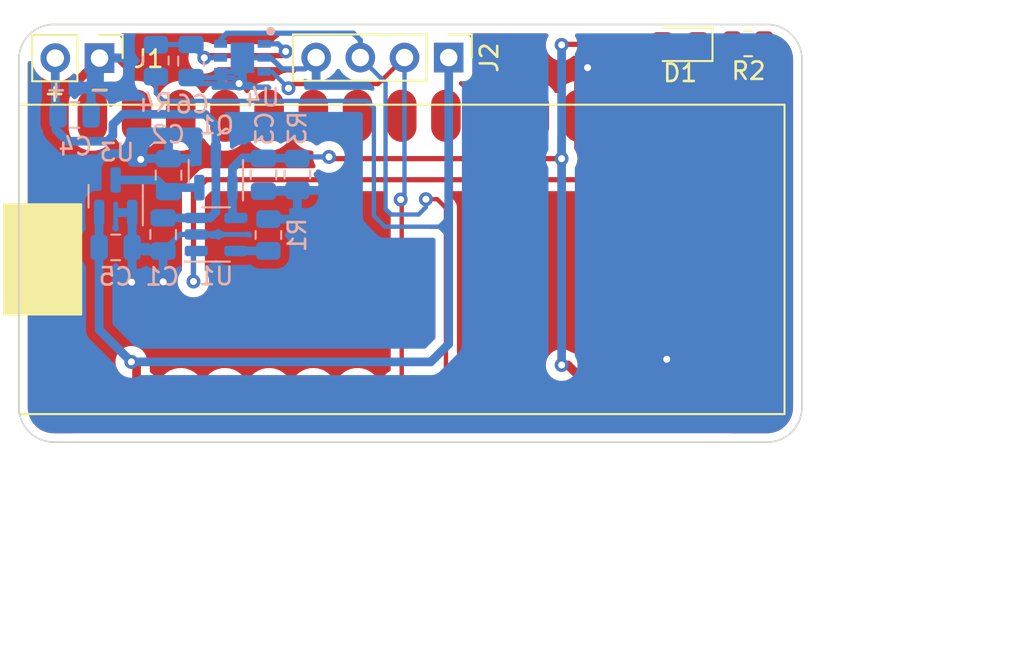
<source format=kicad_pcb>
(kicad_pcb (version 20211014) (generator pcbnew)
  (layers (0 "F.Cu" signal) (31 "B.Cu" signal) (34 "B.Paste" user) (35 "F.Paste" user) (36 "B.SilkS" user "B.Silkscreen") (37 "F.SilkS" user "F.Silkscreen") (38 "B.Mask" user) (39 "F.Mask" user) (44 "Edge.Cuts" user))
  (net 0 "")
  (net 1 "Net-(D1-Pad1)")
  (net 2 "VBUS")
  (net 3 "VDD")
  (net 4 "+BATT")
  (net 5 "Net-(R2-Pad1)")
  (net 6 "GND")
  (net 7 "Net-(R1-Pad1)")
  (net 14 "Net-(C6-Pad1)")
  (net 32 "+3V3")
  (net 33 "/SDA")
  (net 34 "/SCL")
  (footprint "Resistor_SMD:R_0805_2012Metric" (layer "F.Cu") (at 161.9125 57.09 180)
    (fp_text reference "R2" (at -0.02 -1.58) (layer "F.SilkS"))
    (fp_text value "330")
    (fp_line (start -0.227064 0.735) (end 0.227064 0.735) (layer "F.SilkS") (width 0.12))
    (fp_line (start -0.227064 -0.735) (end 0.227064 -0.735) (layer "F.SilkS") (width 0.12))
    (pad "1" smd roundrect locked (at -0.9125 0 180) (size 1.025 1.4) (layers "F.Cu" "F.Paste" "F.Mask") (roundrect_rratio 0.243902) (net 5 "Net-(R2-Pad1)"))
    (pad "2" smd roundrect locked (at 0.9125 0 180) (size 1.025 1.4) (layers "F.Cu" "F.Paste" "F.Mask") (roundrect_rratio 0.243902) (net 1 "Net-(D1-Pad1)"))
  )
  (footprint "hack-it-back:NANO_33_Footprint_SMD_Castell" (layer "F.Cu") (at 142 69.5)
    (fp_text reference "U2")
    (fp_text value "Arduino-nano-BLE-33")
    (fp_line (start -22 8.89) (end -22 -8.89) (layer "F.SilkS") (width 0.12))
    (fp_line (start -22 -8.89) (end 22 -8.89) (layer "F.SilkS") (width 0.12))
    (fp_line (start -22 8.89) (end 22 8.89) (layer "F.SilkS") (width 0.12))
    (fp_line (start 22 8.89) (end 22 -8.89) (layer "F.SilkS") (width 0.12))
    (fp_poly (pts (xy -22.86 3.175) (xy -18.415 3.175) (xy -18.415 -3.175) (xy -22.86 -3.175)) (layer "F.SilkS") (width 0.1) (fill solid))
    (pad "1" smd oval (at -17.78 8.255 90) (size 3 1.7) (layers "F.Cu" "F.Mask"))
    (pad "2" smd oval (at -15.24 8.255 90) (size 3 1.7) (layers "F.Cu" "F.Mask") (net 32 "+3V3"))
    (pad "3" smd oval (at -12.7 8.255 90) (size 3 1.7) (layers "F.Cu" "F.Mask"))
    (pad "4" smd oval (at -10.16 8.255 90) (size 3 1.7) (layers "F.Cu" "F.Mask"))
    (pad "5" smd oval (at -7.62 8.255 90) (size 3 1.7) (layers "F.Cu" "F.Mask"))
    (pad "6" smd oval (at -5.08 8.255 90) (size 3 1.7) (layers "F.Cu" "F.Mask"))
    (pad "7" smd oval (at -2.54 8.255 90) (size 3 1.7) (layers "F.Cu" "F.Mask"))
    (pad "8" smd oval (at 0 8.255 90) (size 3 1.7) (layers "F.Cu" "F.Mask") (net 33 "/SDA"))
    (pad "9" smd oval (at 2.54 8.255 90) (size 3 1.7) (layers "F.Cu" "F.Mask") (net 34 "/SCL"))
    (pad "10" smd oval (at 5.08 8.255 90) (size 3 1.7) (layers "F.Cu" "F.Mask"))
    (pad "11" smd oval (at 7.62 8.255 90) (size 3 1.7) (layers "F.Cu" "F.Mask"))
    (pad "12" smd oval (at 10.16 8.255 90) (size 3 1.7) (layers "F.Cu" "F.Mask") (net 2 "VBUS"))
    (pad "13" smd oval (at 12.7 8.255 90) (size 3 1.7) (layers "F.Cu" "F.Mask"))
    (pad "14" smd oval (at 15.24 8.255 90) (size 3 1.7) (layers "F.Cu" "F.Mask") (net 6 "GND"))
    (pad "15" smd oval (at 17.78 8.255 90) (size 3 1.7) (layers "F.Cu" "F.Mask"))
    (pad "16" smd oval (at 17.78 -8.255 270) (size 3 1.7) (layers "F.Cu" "F.Mask"))
    (pad "17" smd oval (at 15.24 -8.255 270) (size 3 1.7) (layers "F.Cu" "F.Mask"))
    (pad "18" smd oval (at 12.7 -8.255 270) (size 3 1.7) (layers "F.Cu" "F.Mask"))
    (pad "19" smd oval (at 10.16 -8.255 270) (size 3 1.7) (layers "F.Cu" "F.Mask") (net 6 "GND"))
    (pad "20" smd oval (at 7.62 -8.255 270) (size 3 1.7) (layers "F.Cu" "F.Mask"))
    (pad "21" smd oval (at 5.08 -8.255 270) (size 3 1.7) (layers "F.Cu" "F.Mask"))
    (pad "22" smd oval (at 2.54 -8.255 270) (size 3 1.7) (layers "F.Cu" "F.Mask"))
    (pad "23" smd oval (at 0 -8.255 270) (size 3 1.7) (layers "F.Cu" "F.Mask"))
    (pad "24" smd oval (at -2.54 -8.255 270) (size 3 1.7) (layers "F.Cu" "F.Mask"))
    (pad "25" smd oval (at -5.08 -8.255 270) (size 3 1.7) (layers "F.Cu" "F.Mask"))
    (pad "26" smd oval (at -7.62 -8.255 270) (size 3 1.7) (layers "F.Cu" "F.Mask"))
    (pad "27" smd oval (at -10.16 -8.255 270) (size 3 1.7) (layers "F.Cu" "F.Mask"))
    (pad "28" smd oval (at -12.7 -8.255 270) (size 3 1.7) (layers "F.Cu" "F.Mask"))
    (pad "29" smd oval (at -15.24 -8.255 270) (size 3 1.7) (layers "F.Cu" "F.Mask"))
    (pad "30" smd oval (at -17.78 -8.255 270) (size 3 1.7) (layers "F.Cu" "F.Mask"))
  )
  (footprint "LED_SMD:LED_0805_2012Metric_Pad1.15x1.40mm_HandSolder" (layer "F.Cu") (at 158 57.14 180)
    (fp_text reference "D1" (at 0 -1.65) (layer "F.SilkS"))
    (fp_text value "CHR")
    (fp_line (start -1.86 0.96) (end 1 0.96) (layer "F.SilkS") (width 0.12))
    (fp_line (start -1.86 -0.96) (end -1.86 0.96) (layer "F.SilkS") (width 0.12))
    (fp_line (start 1 -0.96) (end -1.86 -0.96) (layer "F.SilkS") (width 0.12))
    (pad "1" smd roundrect locked (at -1.025 0 180) (size 1.15 1.4) (layers "F.Cu" "F.Paste" "F.Mask") (roundrect_rratio 0.217391) (net 1 "Net-(D1-Pad1)"))
    (pad "2" smd roundrect locked (at 1.025 0 180) (size 1.15 1.4) (layers "F.Cu" "F.Paste" "F.Mask") (roundrect_rratio 0.217391) (net 2 "VBUS"))
  )
  (footprint "Connector_PinHeader_2.54mm:PinHeader_1x04_P2.54mm_Vertical" (layer "F.Cu") (at 144.7 57.9 -90)
    (fp_text reference "J2" (at 0 -2.33 90) (layer "F.SilkS"))
    (fp_text value "I2C")
    (fp_line (start -1.33 0) (end -1.33 -1.33) (layer "F.SilkS") (width 0.12))
    (fp_line (start -1.33 1.27) (end 1.33 1.27) (layer "F.SilkS") (width 0.12))
    (fp_line (start -1.33 1.27) (end -1.33 8.95) (layer "F.SilkS") (width 0.12))
    (fp_line (start -1.33 8.95) (end 1.33 8.95) (layer "F.SilkS") (width 0.12))
    (fp_line (start -1.33 -1.33) (end 0 -1.33) (layer "F.SilkS") (width 0.12))
    (fp_line (start 1.33 1.27) (end 1.33 8.95) (layer "F.SilkS") (width 0.12))
    (pad "1" thru_hole rect locked (at 0 0 270) (size 1.7 1.7) (drill 1) (layers *.Cu *.Mask) (net 32 "+3V3"))
    (pad "2" thru_hole oval locked (at 0 2.54 270) (size 1.7 1.7) (drill 1) (layers *.Cu *.Mask) (net 33 "/SDA"))
    (pad "3" thru_hole oval locked (at 0 5.08 270) (size 1.7 1.7) (drill 1) (layers *.Cu *.Mask) (net 34 "/SCL"))
    (pad "4" thru_hole oval locked (at 0 7.62 270) (size 1.7 1.7) (drill 1) (layers *.Cu *.Mask) (net 6 "GND"))
  )
  (footprint "Connector_PinHeader_2.54mm:PinHeader_1x02_P2.54mm_Vertical" (layer "F.Cu") (at 124.63 57.93 -90)
    (fp_text reference "J1" (at 0.05 -2.83 180) (layer "F.SilkS"))
    (fp_text value "Batt")
    (fp_line (start 1.33 1.27) (end 1.33 3.87) (layer "F.SilkS") (width 0.12))
    (fp_line (start -1.33 0) (end -1.33 -1.33) (layer "F.SilkS") (width 0.12))
    (fp_line (start -1.33 1.27) (end 1.33 1.27) (layer "F.SilkS") (width 0.12))
    (fp_line (start -1.33 1.27) (end -1.33 3.87) (layer "F.SilkS") (width 0.12))
    (fp_line (start -1.33 -1.33) (end 0 -1.33) (layer "F.SilkS") (width 0.12))
    (fp_line (start -1.33 3.87) (end 1.33 3.87) (layer "F.SilkS") (width 0.12))
    (pad "1" thru_hole rect locked (at 0 0 270) (size 1.7 1.7) (drill 1) (layers *.Cu *.Mask) (net 6 "GND"))
    (pad "2" thru_hole oval locked (at 0 2.54 270) (size 1.7 1.7) (drill 1) (layers *.Cu *.Mask) (net 4 "+BATT"))
  )
  (footprint "Resistor_SMD:R_0805_2012Metric" (layer "B.Cu") (at 127.867 58.077 -90)
    (fp_text reference "R4" (at 2.423 0.017 180) (layer "B.SilkS") (effects (justify mirror)))
    (fp_text value "4.7R")
    (fp_line (start -0.227064 -0.735) (end 0.227064 -0.735) (layer "B.SilkS") (width 0.12))
    (fp_line (start -0.227064 0.735) (end 0.227064 0.735) (layer "B.SilkS") (width 0.12))
    (pad "1" smd roundrect locked (at -0.9125 0 270) (size 1.025 1.4) (layers "B.Cu" "B.Paste" "B.Mask") (roundrect_rratio 0.243902) (net 14 "Net-(C6-Pad1)"))
    (pad "2" smd roundrect locked (at 0.9125 0 270) (size 1.025 1.4) (layers "B.Cu" "B.Paste" "B.Mask") (roundrect_rratio 0.243902) (net 32 "+3V3"))
  )
  (footprint "Capacitor_SMD:C_0805_2012Metric" (layer "B.Cu") (at 125.56 68.81)
    (fp_text reference "C5" (at 0 1.68) (layer "B.SilkS") (effects (justify mirror)))
    (fp_text value "10uF")
    (fp_line (start -0.261252 0.735) (end 0.261252 0.735) (layer "B.SilkS") (width 0.12))
    (fp_line (start -0.261252 -0.735) (end 0.261252 -0.735) (layer "B.SilkS") (width 0.12))
    (pad "1" smd roundrect locked (at -0.95 0) (size 1 1.45) (layers "B.Cu" "B.Paste" "B.Mask") (net 32 "+3V3"))
    (pad "2" smd roundrect locked (at 0.95 0) (size 1 1.45) (layers "B.Cu" "B.Paste" "B.Mask") (net 6 "GND"))
  )
  (footprint "Package_TO_SOT_SMD:SOT-23" (layer "B.Cu") (at 125.56 65.87 90)
    (fp_text reference "U3" (at 2.52 0.08 180) (layer "B.SilkS") (effects (justify mirror)))
    (fp_text value "MCP1700T-3102")
    (fp_line (start 0 -1.56) (end 0.65 -1.56) (layer "B.SilkS") (width 0.12))
    (fp_line (start 0 1.56) (end -1.675 1.56) (layer "B.SilkS") (width 0.12))
    (fp_line (start 0 -1.56) (end -0.65 -1.56) (layer "B.SilkS") (width 0.12))
    (fp_line (start 0 1.56) (end 0.65 1.56) (layer "B.SilkS") (width 0.12))
    (pad "1" smd roundrect locked (at -0.9375 0.95 90) (size 1.475 0.6) (layers "B.Cu" "B.Paste" "B.Mask") (net 6 "GND"))
    (pad "2" smd roundrect locked (at -0.9375 -0.95 90) (size 1.475 0.6) (layers "B.Cu" "B.Paste" "B.Mask") (net 32 "+3V3"))
    (pad "3" smd roundrect locked (at 0.9375 0 90) (size 1.475 0.6) (layers "B.Cu" "B.Paste" "B.Mask") (net 3 "VDD"))
  )
  (footprint "Capacitor_SMD:C_0805_2012Metric" (layer "B.Cu") (at 128.598 64.6575 90)
    (fp_text reference "C2" (at 2.3275 -0.028 180) (layer "B.SilkS") (effects (justify mirror)))
    (fp_text value "10uF")
    (fp_line (start -0.261252 0.735) (end 0.261252 0.735) (layer "B.SilkS") (width 0.12))
    (fp_line (start -0.261252 -0.735) (end 0.261252 -0.735) (layer "B.SilkS") (width 0.12))
    (pad "1" smd roundrect locked (at -0.95 0 90) (size 1 1.45) (layers "B.Cu" "B.Paste" "B.Mask") (net 3 "VDD"))
    (pad "2" smd roundrect locked (at 0.95 0 90) (size 1 1.45) (layers "B.Cu" "B.Paste" "B.Mask") (net 6 "GND"))
  )
  (footprint "Capacitor_SMD:C_0805_2012Metric" (layer "B.Cu") (at 123.2 61.2)
    (fp_text reference "C4" (at 0.04 1.81) (layer "B.SilkS") (effects (justify mirror)))
    (fp_text value "10uF")
    (fp_line (start -0.261252 0.735) (end 0.261252 0.735) (layer "B.SilkS") (width 0.12))
    (fp_line (start -0.261252 -0.735) (end 0.261252 -0.735) (layer "B.SilkS") (width 0.12))
    (pad "1" smd roundrect locked (at -0.95 0) (size 1 1.45) (layers "B.Cu" "B.Paste" "B.Mask") (net 4 "+BATT"))
    (pad "2" smd roundrect locked (at 0.95 0) (size 1 1.45) (layers "B.Cu" "B.Paste" "B.Mask") (net 6 "GND"))
  )
  (footprint "Capacitor_SMD:C_0805_2012Metric" (layer "B.Cu") (at 129.892 58.102 -90)
    (fp_text reference "C6" (at 2.488 -0.078 180) (layer "B.SilkS") (effects (justify mirror)))
    (fp_text value "1uF")
    (fp_line (start -0.261252 -0.735) (end 0.261252 -0.735) (layer "B.SilkS") (width 0.12))
    (fp_line (start -0.261252 0.735) (end 0.261252 0.735) (layer "B.SilkS") (width 0.12))
    (pad "1" smd roundrect locked (at -0.95 0 270) (size 1 1.45) (layers "B.Cu" "B.Paste" "B.Mask") (net 14 "Net-(C6-Pad1)"))
    (pad "2" smd roundrect locked (at 0.95 0 270) (size 1 1.45) (layers "B.Cu" "B.Paste" "B.Mask") (net 6 "GND"))
  )
  (footprint "Package_TO_SOT_SMD:SOT-23" (layer "B.Cu") (at 131.318 64.4375 90)
    (fp_text reference "Q1" (at 2.6475 0.042 180) (layer "B.SilkS") (effects (justify mirror)))
    (fp_text value "DMG3415U-7")
    (fp_line (start 0 1.56) (end -1.675 1.56) (layer "B.SilkS") (width 0.12))
    (fp_line (start 0 1.56) (end 0.65 1.56) (layer "B.SilkS") (width 0.12))
    (fp_line (start 0 -1.56) (end -0.65 -1.56) (layer "B.SilkS") (width 0.12))
    (fp_line (start 0 -1.56) (end 0.65 -1.56) (layer "B.SilkS") (width 0.12))
    (pad "1" smd roundrect locked (at -0.9375 0.95 90) (size 1.475 0.6) (layers "B.Cu" "B.Paste" "B.Mask") (net 2 "VBUS"))
    (pad "2" smd roundrect locked (at -0.9375 -0.95 90) (size 1.475 0.6) (layers "B.Cu" "B.Paste" "B.Mask") (net 3 "VDD"))
    (pad "3" smd roundrect locked (at 0.9375 0 90) (size 1.475 0.6) (layers "B.Cu" "B.Paste" "B.Mask") (net 4 "+BATT"))
  )
  (footprint "Capacitor_SMD:C_0805_2012Metric" (layer "B.Cu") (at 128.288 68.0675 -90)
    (fp_text reference "C1" (at 2.4225 0.048 180) (layer "B.SilkS") (effects (justify mirror)))
    (fp_text value "10uF")
    (fp_line (start -0.261252 0.735) (end 0.261252 0.735) (layer "B.SilkS") (width 0.12))
    (fp_line (start -0.261252 -0.735) (end 0.261252 -0.735) (layer "B.SilkS") (width 0.12))
    (pad "1" smd roundrect locked (at -0.95 0 270) (size 1 1.45) (layers "B.Cu" "B.Paste" "B.Mask") (net 4 "+BATT"))
    (pad "2" smd roundrect locked (at 0.95 0 270) (size 1 1.45) (layers "B.Cu" "B.Paste" "B.Mask") (net 6 "GND"))
  )
  (footprint "hack-it-back:SON80P244X244X95-7N" (layer "B.Cu") (at 132.842 57.912 180)
    (fp_text reference "U4" (at -1.148 -2.278) (layer "B.SilkS") (effects (justify mirror)))
    (fp_text value "SGP40-D-R4" hide)
    (fp_circle (center -1.625 1.525) (end -1.625 1.4) (layer "B.SilkS") (width 0.25) (fill none))
    (pad "1" smd rect (at -1.25 0.8 90) (size 0.45 0.75) (layers "B.Cu" "B.Paste" "B.Mask") (net 14 "Net-(C6-Pad1)"))
    (pad "2" smd rect (at -1.25 0 90) (size 0.45 0.75) (layers "B.Cu" "B.Paste" "B.Mask") (net 6 "GND"))
    (pad "3" smd rect (at -1.25 -0.8 90) (size 0.45 0.75) (layers "B.Cu" "B.Paste" "B.Mask") (net 33 "/SDA"))
    (pad "4" smd rect (at 1.25 -0.8 90) (size 0.45 0.75) (layers "B.Cu" "B.Paste" "B.Mask") (net 6 "GND"))
    (pad "5" smd rect (at 1.25 0 90) (size 0.45 0.75) (layers "B.Cu" "B.Paste" "B.Mask") (net 14 "Net-(C6-Pad1)"))
    (pad "6" smd rect (at 1.25 0.8 90) (size 0.45 0.75) (layers "B.Cu" "B.Paste" "B.Mask") (net 34 "/SCL"))
    (pad "7" smd rect (at 0 0 180) (size 1.35 1.74) (layers "B.Cu" "B.Paste" "B.Mask") (net 6 "GND"))
  )
  (footprint "Capacitor_SMD:C_0805_2012Metric" (layer "B.Cu") (at 134.053 64.635 -90)
    (fp_text reference "C3" (at -2.65 -0.075 90) (layer "B.SilkS") (effects (justify mirror)))
    (fp_text value "10uF")
    (fp_line (start -0.261252 0.735) (end 0.261252 0.735) (layer "B.SilkS") (width 0.12))
    (fp_line (start -0.261252 -0.735) (end 0.261252 -0.735) (layer "B.SilkS") (width 0.12))
    (pad "1" smd roundrect locked (at -0.95 0 270) (size 1 1.45) (layers "B.Cu" "B.Paste" "B.Mask") (net 2 "VBUS"))
    (pad "2" smd roundrect locked (at 0.95 0 270) (size 1 1.45) (layers "B.Cu" "B.Paste" "B.Mask") (net 6 "GND"))
  )
  (footprint "Resistor_SMD:R_0805_2012Metric" (layer "B.Cu") (at 134.338 68.0975 90)
    (fp_text reference "R1" (at 0 1.65 90) (layer "B.SilkS") (effects (justify mirror)))
    (fp_text value "2K")
    (fp_line (start -0.227064 0.735) (end 0.227064 0.735) (layer "B.SilkS") (width 0.12))
    (fp_line (start -0.227064 -0.735) (end 0.227064 -0.735) (layer "B.SilkS") (width 0.12))
    (pad "1" smd roundrect locked (at -0.9125 0 90) (size 1.025 1.4) (layers "B.Cu" "B.Paste" "B.Mask") (roundrect_rratio 0.243902) (net 7 "Net-(R1-Pad1)"))
    (pad "2" smd roundrect locked (at 0.9125 0 90) (size 1.025 1.4) (layers "B.Cu" "B.Paste" "B.Mask") (roundrect_rratio 0.243902) (net 6 "GND"))
  )
  (footprint "Resistor_SMD:R_0805_2012Metric" (layer "B.Cu") (at 136.003 64.6225 -90)
    (fp_text reference "R3" (at -2.6625 0 90) (layer "B.SilkS") (effects (justify mirror)))
    (fp_text value "100K")
    (fp_line (start -0.227064 0.735) (end 0.227064 0.735) (layer "B.SilkS") (width 0.12))
    (fp_line (start -0.227064 -0.735) (end 0.227064 -0.735) (layer "B.SilkS") (width 0.12))
    (pad "1" smd roundrect locked (at -0.9125 0 270) (size 1.025 1.4) (layers "B.Cu" "B.Paste" "B.Mask") (roundrect_rratio 0.243902) (net 2 "VBUS"))
    (pad "2" smd roundrect locked (at 0.9125 0 270) (size 1.025 1.4) (layers "B.Cu" "B.Paste" "B.Mask") (roundrect_rratio 0.243902) (net 6 "GND"))
  )
  (footprint "Package_TO_SOT_SMD:SOT-23-5" (layer "B.Cu") (at 131.328 68.0675)
    (fp_text reference "U1" (at 0 2.4) (layer "B.SilkS") (effects (justify mirror)))
    (fp_text value "MCP73831-3-OT")
    (fp_line (start 0 -1.56) (end -0.8 -1.56) (layer "B.SilkS") (width 0.12))
    (fp_line (start 0 1.56) (end -1.8 1.56) (layer "B.SilkS") (width 0.12))
    (fp_line (start 0 1.56) (end 0.8 1.56) (layer "B.SilkS") (width 0.12))
    (fp_line (start 0 -1.56) (end 0.8 -1.56) (layer "B.SilkS") (width 0.12))
    (pad "1" smd roundrect locked (at -1.1375 0.95) (size 1.325 0.6) (layers "B.Cu" "B.Paste" "B.Mask") (net 5 "Net-(R2-Pad1)"))
    (pad "2" smd roundrect locked (at -1.1375 0) (size 1.325 0.6) (layers "B.Cu" "B.Paste" "B.Mask") (net 6 "GND"))
    (pad "3" smd roundrect locked (at -1.1375 -0.95) (size 1.325 0.6) (layers "B.Cu" "B.Paste" "B.Mask") (net 4 "+BATT"))
    (pad "4" smd roundrect locked (at 1.1375 -0.95) (size 1.325 0.6) (layers "B.Cu" "B.Paste" "B.Mask") (net 2 "VBUS"))
    (pad "5" smd roundrect locked (at 1.1375 0.95) (size 1.325 0.6) (layers "B.Cu" "B.Paste" "B.Mask") (net 7 "Net-(R1-Pad1)"))
  )
  (gr_arc (start 120 58) (mid 120.585786 56.585786) (end 122 56) (layer "Edge.Cuts") (width 0.1))
  (gr_line (start 122 80) (end 163 80) (layer "Edge.Cuts") (width 0.1))
  (gr_arc (start 165 78) (mid 164.414214 79.414214) (end 163 80) (layer "Edge.Cuts") (width 0.1))
  (gr_arc (start 163 56) (mid 164.414214 56.585786) (end 165 58) (layer "Edge.Cuts") (width 0.1))
  (gr_arc (start 122 80) (mid 120.585786 79.414214) (end 120 78) (layer "Edge.Cuts") (width 0.1))
  (gr_line (start 165 78) (end 165 58) (layer "Edge.Cuts") (width 0.1))
  (gr_line (start 163 56) (end 122 56) (layer "Edge.Cuts") (width 0.1))
  (gr_line (start 120 58) (end 120 78) (layer "Edge.Cuts") (width 0.1))
  (gr_text "+" (at 122.14 59.71) (layer "B.SilkS") (effects (font (size 1 1)) (justify mirror)))
  (gr_text "-" (at 124.63 59.86 -180) (layer "B.SilkS") (effects (font (size 1 1)) (justify mirror)))
  (gr_text "+" (at 122.05 59.92) (layer "F.SilkS") (effects (font (size 1 1))))
  (gr_text "-" (at 124.65 59.84 180) (layer "F.SilkS") (effects (font (size 1 1))))
  (segment (start 159.025 57.14) (end 160.95 57.14) (width 0.3) (layer "F.Cu") (net 1))
  (segment (start 160.95 57.14) (end 161 57.09) (width 0.3) (layer "F.Cu") (net 1))
  (segment (start 151.22 57.14) (end 151.19 57.17) (width 0.3) (layer "F.Cu") (net 2))
  (segment (start 151.19 63.71) (end 137.92 63.71) (width 0.3) (layer "F.Cu") (net 2))
  (segment (start 137.92 63.71) (end 137.82 63.61) (width 0.3) (layer "F.Cu") (net 2))
  (segment (start 156.975 57.14) (end 151.22 57.14) (width 0.3) (layer "F.Cu") (net 2))
  (segment (start 151.19 75.57) (end 151.55 75.57) (width 0.5) (layer "F.Cu") (net 2))
  (segment (start 152.16 77.755) (end 152.16 76.18) (width 0.5) (layer "F.Cu") (net 2))
  (segment (start 151.55 75.57) (end 152.16 76.18) (width 0.5) (layer "F.Cu") (net 2))
  (via (at 151.19 63.71) (size 0.8) (drill 0.4) (layers "F.Cu" "B.Cu") (net 2))
  (via (at 151.19 75.57) (size 0.8) (drill 0.4) (layers "F.Cu" "B.Cu") (net 2))
  (via (at 151.19 57.17) (size 0.8) (drill 0.4) (layers "F.Cu" "B.Cu") (net 2))
  (via (at 137.82 63.61) (size 0.8) (drill 0.4) (layers "F.Cu" "B.Cu") (net 2))
  (segment (start 132.268 66.92) (end 132.4655 67.1175) (width 0.5) (layer "B.Cu") (net 2))
  (segment (start 151.19 57.17) (end 151.19 62.47) (width 0.3) (layer "B.Cu") (net 2))
  (segment (start 134.053 63.685) (end 135.978 63.685) (width 0.5) (layer "B.Cu") (net 2))
  (segment (start 151.19 62.47) (end 151.19 63.71) (width 0.3) (layer "B.Cu") (net 2))
  (segment (start 137.82 63.61) (end 136.103 63.61) (width 0.3) (layer "B.Cu") (net 2))
  (segment (start 132.268 65.375) (end 132.268 64.262) (width 0.5) (layer "B.Cu") (net 2))
  (segment (start 135.978 63.685) (end 136.003 63.71) (width 0.5) (layer "B.Cu") (net 2))
  (segment (start 136.103 63.61) (end 136.003 63.71) (width 0.3) (layer "B.Cu") (net 2))
  (segment (start 134.028 63.66) (end 134.053 63.685) (width 0.5) (layer "B.Cu") (net 2))
  (segment (start 151.19 64.03) (end 151.19 75.57) (width 0.5) (layer "B.Cu") (net 2))
  (segment (start 132.87 63.66) (end 134.028 63.66) (width 0.5) (layer "B.Cu") (net 2))
  (segment (start 151.19 62.47) (end 151.19 64.03) (width 0.5) (layer "B.Cu") (net 2))
  (segment (start 132.268 65.375) (end 132.268 66.92) (width 0.5) (layer "B.Cu") (net 2))
  (segment (start 151.19 64.03) (end 151.19 57.17) (width 0.5) (layer "B.Cu") (net 2))
  (segment (start 132.268 64.262) (end 132.87 63.66) (width 0.5) (layer "B.Cu") (net 2))
  (segment (start 125.56 64.9325) (end 127.923 64.9325) (width 0.5) (layer "B.Cu") (net 3))
  (segment (start 128.8305 65.375) (end 128.598 65.6075) (width 0.5) (layer "B.Cu") (net 3))
  (segment (start 127.923 64.9325) (end 128.598 65.6075) (width 0.5) (layer "B.Cu") (net 3))
  (segment (start 130.368 65.375) (end 128.8305 65.375) (width 0.5) (layer "B.Cu") (net 3))
  (segment (start 125.4 62.39) (end 125.08 62.71) (width 0.5) (layer "B.Cu") (net 4))
  (segment (start 130.7 61.16) (end 125.98 61.16) (width 0.5) (layer "B.Cu") (net 4))
  (segment (start 130.9855 67.1175) (end 130.1905 67.1175) (width 0.5) (layer "B.Cu") (net 4))
  (segment (start 128.288 67.1175) (end 130.1905 67.1175) (width 0.5) (layer "B.Cu") (net 4))
  (segment (start 122.09 61.04) (end 122.25 61.2) (width 0.5) (layer "B.Cu") (net 4))
  (segment (start 122.79 62.71) (end 122.13 62.05) (width 0.5) (layer "B.Cu") (net 4))
  (segment (start 125.08 62.71) (end 122.79 62.71) (width 0.5) (layer "B.Cu") (net 4))
  (segment (start 125.4 61.74) (end 125.4 62.39) (width 0.5) (layer "B.Cu") (net 4))
  (segment (start 122.09 57.93) (end 122.09 61.04) (width 0.5) (layer "B.Cu") (net 4))
  (segment (start 131.318 63.5) (end 131.318 66.785) (width 0.5) (layer "B.Cu") (net 4))
  (segment (start 125.98 61.16) (end 125.4 61.74) (width 0.5) (layer "B.Cu") (net 4))
  (segment (start 122.13 61.32) (end 122.25 61.2) (width 0.5) (layer "B.Cu") (net 4))
  (segment (start 131.318 61.778) (end 130.7 61.16) (width 0.5) (layer "B.Cu") (net 4))
  (segment (start 131.318 66.785) (end 130.9855 67.1175) (width 0.5) (layer "B.Cu") (net 4))
  (segment (start 122.13 62.05) (end 122.13 61.32) (width 0.5) (layer "B.Cu") (net 4))
  (segment (start 131.318 63.5) (end 131.318 61.778) (width 0.5) (layer "B.Cu") (net 4))
  (segment (start 161.93 64.92) (end 162.825 64.025) (width 0.3) (layer "F.Cu") (net 5))
  (segment (start 162.825 64.025) (end 162.825 57.09) (width 0.3) (layer "F.Cu") (net 5))
  (segment (start 130.03 70.77) (end 130.03 65.66) (width 0.3) (layer "F.Cu") (net 5))
  (segment (start 130.77 64.92) (end 161.93 64.92) (width 0.3) (layer "F.Cu") (net 5))
  (segment (start 130.03 65.66) (end 130.77 64.92) (width 0.3) (layer "F.Cu") (net 5))
  (via (at 130.03 70.77) (size 0.8) (drill 0.4) (layers "F.Cu" "B.Cu") (net 5))
  (segment (start 130.03 69.178) (end 130.1905 69.0175) (width 0.3) (layer "B.Cu") (net 5))
  (segment (start 130.03 70.77) (end 130.03 69.178) (width 0.3) (layer "B.Cu") (net 5))
  (segment (start 124.63 57.93) (end 124.63 57.996) (width 0.5) (layer "F.Cu") (net 6))
  (segment (start 157.24 75.25) (end 157.23 75.24) (width 0.3) (layer "F.Cu") (net 6))
  (segment (start 122.936 59.69) (end 122.682 59.69) (width 0.5) (layer "F.Cu") (net 6))
  (segment (start 124.63 57.93) (end 125.748 57.93) (width 0.5) (layer "F.Cu") (net 6))
  (segment (start 152.16 59) (end 152.68 58.48) (width 0.3) (layer "F.Cu") (net 6))
  (segment (start 125.748 57.93) (end 126.238 58.42) (width 0.5) (layer "F.Cu") (net 6))
  (segment (start 123.19 59.436) (end 122.936 59.69) (width 0.5) (layer "F.Cu") (net 6))
  (segment (start 152.16 61.245) (end 152.16 59) (width 0.3) (layer "F.Cu") (net 6))
  (segment (start 157.24 77.755) (end 157.24 75.25) (width 0.3) (layer "F.Cu") (net 6))
  (segment (start 124.63 57.996) (end 123.19 59.436) (width 0.5) (layer "F.Cu") (net 6))
  (via (at 157.23 75.24) (size 0.8) (drill 0.4) (layers "F.Cu" "B.Cu") (net 6))
  (via (at 152.68 58.48) (size 0.8) (drill 0.4) (layers "F.Cu" "B.Cu") (net 6))
  (via (at 127 63.754) (size 0.8) (drill 0.4) (layers "F.Cu" "B.Cu") (net 6))
  (via (at 128.29 70.79) (size 0.8) (drill 0.4) (layers "F.Cu" "B.Cu") (net 6))
  (via (at 126.48 70.81) (size 0.8) (drill 0.4) (layers "F.Cu" "B.Cu") (net 6))
  (via (at 132.653283 59.395157) (size 0.8) (drill 0.4) (layers "F.Cu" "B.Cu") (net 6))
  (segment (start 132.842 57.912) (end 132.842 59.208) (width 0.3) (layer "B.Cu") (net 6))
  (segment (start 126.51 66.8075) (end 126.51 68.81) (width 0.5) (layer "B.Cu") (net 6))
  (segment (start 132.392 58.712) (end 131.592 58.712) (width 0.3) (layer "B.Cu") (net 6))
  (segment (start 124.15 61.2) (end 124.15 58.41) (width 0.5) (layer "B.Cu") (net 6))
  (segment (start 132.5 58.82) (end 132.392 58.712) (width 0.3) (layer "B.Cu") (net 6))
  (segment (start 134.482 57.912) (end 135.12 58.55) (width 0.3) (layer "B.Cu") (net 6))
  (segment (start 134.092 57.912) (end 132.842 57.912) (width 0.3) (layer "B.Cu") (net 6))
  (segment (start 134.092 57.912) (end 134.482 57.912) (width 0.3) (layer "B.Cu") (net 6))
  (segment (start 135.12 58.55) (end 136.43 58.55) (width 0.3) (layer "B.Cu") (net 6))
  (segment (start 129.238 68.0675) (end 128.288 69.0175) (width 0.3) (layer "B.Cu") (net 6))
  (segment (start 124.36 63.95) (end 123.88 64.43) (width 0.5) (layer "B.Cu") (net 6))
  (segment (start 129.892 59.052) (end 132.310126 59.052) (width 0.3) (layer "B.Cu") (net 6))
  (segment (start 130.24 59.4) (end 129.892 59.052) (width 0.3) (layer "B.Cu") (net 6))
  (segment (start 127.0465 63.7075) (end 127 63.754) (width 0.5) (layer "B.Cu") (net 6))
  (segment (start 128.288 70.788) (end 128.29 70.79) (width 0.3) (layer "B.Cu") (net 6))
  (segment (start 132.310126 59.052) (end 132.653283 59.395157) (width 0.3) (layer "B.Cu") (net 6))
  (segment (start 125.96 63.42) (end 124.89 63.42) (width 0.5) (layer "B.Cu") (net 6))
  (segment (start 124.89 63.42) (end 124.36 63.95) (width 0.5) (layer "B.Cu") (net 6))
  (segment (start 130.1905 68.0675) (end 129.238 68.0675) (width 0.3) (layer "B.Cu") (net 6))
  (segment (start 127 63.754) (end 126.666 63.42) (width 0.5) (layer "B.Cu") (net 6))
  (segment (start 123.88 64.43) (end 123.12 64.43) (width 0.5) (layer "B.Cu") (net 6))
  (segment (start 132.842 57.912) (end 132.842 58.478) (width 0.3) (layer "B.Cu") (net 6))
  (segment (start 132.65 59.4) (end 130.24 59.4) (width 0.3) (layer "B.Cu") (net 6))
  (segment (start 128.598 63.7075) (end 127.0465 63.7075) (width 0.5) (layer "B.Cu") (net 6))
  (segment (start 128.288 69.0175) (end 128.288 70.788) (width 0.3) (layer "B.Cu") (net 6))
  (segment (start 124.15 58.41) (end 124.63 57.93) (width 0.5) (layer "B.Cu") (net 6))
  (segment (start 126.51 68.81) (end 126.51 70.78) (width 0.5) (layer "B.Cu") (net 6))
  (segment (start 136.43 58.55) (end 137.08 57.9) (width 0.3) (layer "B.Cu") (net 6))
  (segment (start 132.842 58.478) (end 132.5 58.82) (width 0.3) (layer "B.Cu") (net 6))
  (segment (start 132.842 59.208) (end 132.65 59.4) (width 0.3) (layer "B.Cu") (net 6))
  (segment (start 126.666 63.42) (end 125.96 63.42) (width 0.5) (layer "B.Cu") (net 6))
  (segment (start 126.51 70.78) (end 126.48 70.81) (width 0.5) (layer "B.Cu") (net 6))
  (segment (start 132.473 69.01) (end 132.4655 69.0175) (width 0.5) (layer "B.Cu") (net 7))
  (segment (start 134.338 69.01) (end 132.473 69.01) (width 0.5) (layer "B.Cu") (net 7))
  (segment (start 135.09 57.79) (end 130.774 57.79) (width 0.3) (layer "F.Cu") (net 14))
  (segment (start 130.774 57.79) (end 130.652 57.912) (width 0.3) (layer "F.Cu") (net 14))
  (segment (start 135.33 57.55) (end 135.09 57.79) (width 0.3) (layer "F.Cu") (net 14))
  (via (at 135.33 57.55) (size 0.8) (drill 0.4) (layers "F.Cu" "B.Cu") (net 14))
  (via (at 130.652 57.912) (size 0.8) (drill 0.4) (layers "F.Cu" "B.Cu") (net 14))
  (segment (start 131.592 57.912) (end 130.652 57.912) (width 0.3) (layer "B.Cu") (net 14))
  (segment (start 130.652 57.912) (end 129.892 57.152) (width 0.3) (layer "B.Cu") (net 14))
  (segment (start 134.892 57.112) (end 135.33 57.55) (width 0.3) (layer "B.Cu") (net 14))
  (segment (start 134.092 57.112) (end 134.892 57.112) (width 0.3) (layer "B.Cu") (net 14))
  (segment (start 129.892 57.152) (end 127.8795 57.152) (width 0.3) (layer "B.Cu") (net 14))
  (segment (start 127.8795 57.152) (end 127.867 57.1645) (width 0.3) (layer "B.Cu") (net 14))
  (segment (start 126.76 77.755) (end 126.76 75.69) (width 0.5) (layer "F.Cu") (net 32))
  (segment (start 126.76 75.69) (end 126.46 75.39) (width 0.5) (layer "F.Cu") (net 32))
  (via (at 126.46 75.39) (size 0.8) (drill 0.4) (layers "F.Cu" "B.Cu") (net 32))
  (segment (start 144.16 67.62) (end 144.7 67.08) (width 0.25) (layer "B.Cu") (net 32))
  (segment (start 126.46 75.39) (end 124.61 73.54) (width 0.5) (layer "B.Cu") (net 32))
  (segment (start 144.7 57.9) (end 144.7 60.76) (width 0.5) (layer "B.Cu") (net 32))
  (segment (start 144.7 67.62) (end 143.68 67.62) (width 0.25) (layer "B.Cu") (net 32))
  (segment (start 140.4 60.78) (end 140.01 60.39) (width 0.25) (layer "B.Cu") (net 32))
  (segment (start 144.7 59.96) (end 144.7 57.9) (width 0.3) (layer "B.Cu") (net 32))
  (segment (start 127.867 59.947) (end 127.867 58.9895) (width 0.25) (layer "B.Cu") (net 32))
  (segment (start 143.68 67.62) (end 144.16 67.62) (width 0.25) (layer "B.Cu") (net 32))
  (segment (start 140.4 66.99) (end 140.4 60.78) (width 0.25) (layer "B.Cu") (net 32))
  (segment (start 144.7 67.62) (end 144.7 68.1) (width 0.5) (layer "B.Cu") (net 32))
  (segment (start 144.7 67.08) (end 144.7 67.62) (width 0.5) (layer "B.Cu") (net 32))
  (segment (start 128.31 60.39) (end 127.867 59.947) (width 0.25) (layer "B.Cu") (net 32))
  (segment (start 141.03 67.62) (end 140.4 66.99) (width 0.25) (layer "B.Cu") (net 32))
  (segment (start 124.61 73.54) (end 124.61 66.8075) (width 0.5) (layer "B.Cu") (net 32))
  (segment (start 143.68 67.62) (end 141.03 67.62) (width 0.25) (layer "B.Cu") (net 32))
  (segment (start 144.7 60.76) (end 144.7 67.08) (width 0.5) (layer "B.Cu") (net 32))
  (segment (start 144.7 68.1) (end 144.7 74.36) (width 0.5) (layer "B.Cu") (net 32))
  (segment (start 143.67 75.39) (end 126.46 75.39) (width 0.5) (layer "B.Cu") (net 32))
  (segment (start 144.16 67.62) (end 144.64 68.1) (width 0.25) (layer "B.Cu") (net 32))
  (segment (start 140.01 60.39) (end 128.31 60.39) (width 0.25) (layer "B.Cu") (net 32))
  (segment (start 144.64 68.1) (end 144.7 68.1) (width 0.25) (layer "B.Cu") (net 32))
  (segment (start 144.7 74.36) (end 143.67 75.39) (width 0.5) (layer "B.Cu") (net 32))
  (segment (start 142 77.755) (end 142 66.12) (width 0.25) (layer "F.Cu") (net 33))
  (segment (start 135.734545 59.42048) (end 140.63952 59.42048) (width 0.25) (layer "F.Cu") (net 33))
  (segment (start 140.63952 59.42048) (end 142.16 57.9) (width 0.25) (layer "F.Cu") (net 33))
  (segment (start 135.491004 59.664021) (end 135.734545 59.42048) (width 0.25) (layer "F.Cu") (net 33))
  (segment (start 142 66.12) (end 141.94 66.06) (width 0.25) (layer "F.Cu") (net 33))
  (via (at 141.94 66.06) (size 0.8) (drill 0.4) (layers "F.Cu" "B.Cu") (net 33))
  (via (at 135.491004 59.664021) (size 0.8) (drill 0.4) (layers "F.Cu" "B.Cu") (net 33))
  (segment (start 141.94 66.06) (end 142.16 65.84) (width 0.25) (layer "B.Cu") (net 33))
  (segment (start 134.092 58.712) (end 134.538983 58.712) (width 0.25) (layer "B.Cu") (net 33))
  (segment (start 134.538983 58.712) (end 135.491004 59.664021) (width 0.25) (layer "B.Cu") (net 33))
  (segment (start 142.16 65.84) (end 142.16 57.9) (width 0.25) (layer "B.Cu") (net 33))
  (segment (start 144.54 66.54) (end 144.04 66.04) (width 0.25) (layer "F.Cu") (net 34))
  (segment (start 144.54 77.755) (end 144.54 66.54) (width 0.25) (layer "F.Cu") (net 34))
  (segment (start 144.04 66.04) (end 143.39 66.04) (width 0.25) (layer "F.Cu") (net 34))
  (via (at 143.39 66.04) (size 0.8) (drill 0.4) (layers "F.Cu" "B.Cu") (net 34))
  (segment (start 139.22 56.5) (end 139.62 56.9) (width 0.3) (layer "B.Cu") (net 34))
  (segment (start 142.97 66.92) (end 141.39 66.92) (width 0.25) (layer "B.Cu") (net 34))
  (segment (start 139.62 56.9) (end 139.62 57.9) (width 0.3) (layer "B.Cu") (net 34))
  (segment (start 143.39 66.04) (end 143.39 66.5) (width 0.25) (layer "B.Cu") (net 34))
  (segment (start 131.592 57.112) (end 131.592 56.858) (width 0.3) (layer "B.Cu") (net 34))
  (segment (start 141.07 66.6) (end 141.07 59.35) (width 0.25) (layer "B.Cu") (net 34))
  (segment (start 131.95 56.5) (end 139.22 56.5) (width 0.3) (layer "B.Cu") (net 34))
  (segment (start 141.07 59.35) (end 139.62 57.9) (width 0.25) (layer "B.Cu") (net 34))
  (segment (start 141.39 66.92) (end 141.07 66.6) (width 0.25) (layer "B.Cu") (net 34))
  (segment (start 143.39 66.5) (end 142.97 66.92) (width 0.25) (layer "B.Cu") (net 34))
  (segment (start 131.592 56.858) (end 131.95 56.5) (width 0.3) (layer "B.Cu") (net 34))
  (zone (net 6) (net_name "GND") (layers F&B.Cu) (connect_pads (clearance 0.508)) (min_thickness 0.254) (fill yes (thermal_gap 0.508) (thermal_bridge_width 0.508))
    (polygon (pts (xy 165.08 80.23) (xy 119.54 80.23) (xy 119.54 56) (xy 165.08 56)))
  )
)
</source>
